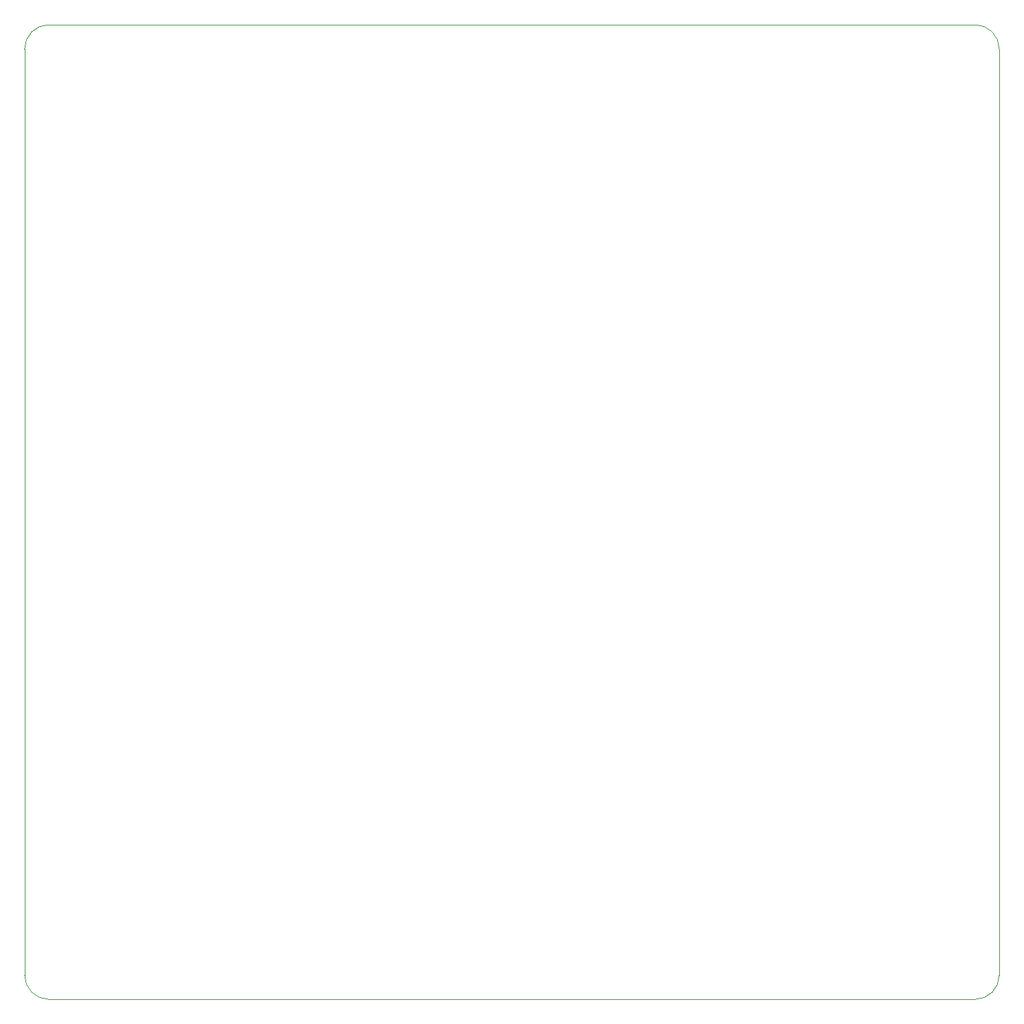
<source format=gbr>
G04 #@! TF.GenerationSoftware,KiCad,Pcbnew,(5.99.0-1662-g9db296991)*
G04 #@! TF.CreationDate,2020-05-30T17:55:15+05:30*
G04 #@! TF.ProjectId,UI,55492e6b-6963-4616-945f-706362585858,rev?*
G04 #@! TF.SameCoordinates,Original*
G04 #@! TF.FileFunction,Profile,NP*
%FSLAX46Y46*%
G04 Gerber Fmt 4.6, Leading zero omitted, Abs format (unit mm)*
G04 Created by KiCad (PCBNEW (5.99.0-1662-g9db296991)) date 2020-05-30 17:55:15*
%MOMM*%
%LPD*%
G01*
G04 APERTURE LIST*
G04 #@! TA.AperFunction,Profile*
%ADD10C,0.050000*%
G04 #@! TD*
G04 APERTURE END LIST*
D10*
X12000000Y-15000000D02*
G75*
G02*
X15000000Y-12000000I3000000J0D01*
G01*
X15000000Y-132000000D02*
G75*
G02*
X12000000Y-129000000I0J3000000D01*
G01*
X132000000Y-129000000D02*
G75*
G02*
X129000000Y-132000000I-3000000J0D01*
G01*
X129000000Y-12000000D02*
G75*
G02*
X132000000Y-15000000I0J-3000000D01*
G01*
X12000000Y-129000000D02*
X12000000Y-15000000D01*
X129000000Y-132000000D02*
X15000000Y-132000000D01*
X132000000Y-15000000D02*
X132000000Y-129000000D01*
X15000000Y-12000000D02*
X129000000Y-12000000D01*
M02*

</source>
